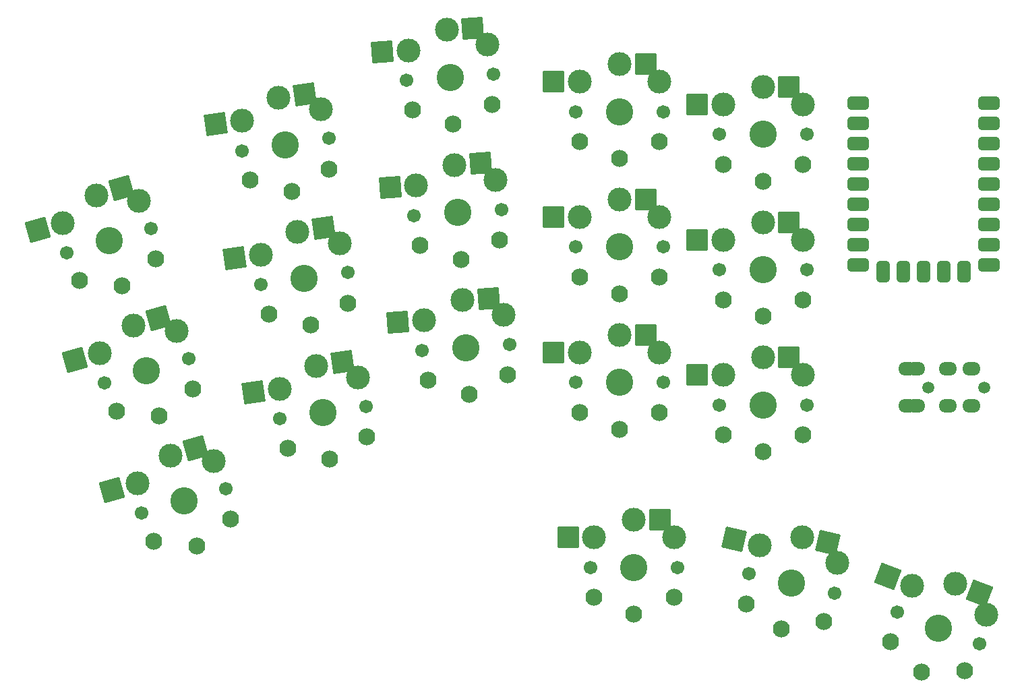
<source format=gbr>
%TF.GenerationSoftware,KiCad,Pcbnew,7.0.2-0*%
%TF.CreationDate,2023-05-11T15:53:10-04:00*%
%TF.ProjectId,mini,6d696e69-2e6b-4696-9361-645f70636258,v1.0.0*%
%TF.SameCoordinates,Original*%
%TF.FileFunction,Soldermask,Top*%
%TF.FilePolarity,Negative*%
%FSLAX46Y46*%
G04 Gerber Fmt 4.6, Leading zero omitted, Abs format (unit mm)*
G04 Created by KiCad (PCBNEW 7.0.2-0) date 2023-05-11 15:53:10*
%MOMM*%
%LPD*%
G01*
G04 APERTURE LIST*
G04 Aperture macros list*
%AMRoundRect*
0 Rectangle with rounded corners*
0 $1 Rounding radius*
0 $2 $3 $4 $5 $6 $7 $8 $9 X,Y pos of 4 corners*
0 Add a 4 corners polygon primitive as box body*
4,1,4,$2,$3,$4,$5,$6,$7,$8,$9,$2,$3,0*
0 Add four circle primitives for the rounded corners*
1,1,$1+$1,$2,$3*
1,1,$1+$1,$4,$5*
1,1,$1+$1,$6,$7*
1,1,$1+$1,$8,$9*
0 Add four rect primitives between the rounded corners*
20,1,$1+$1,$2,$3,$4,$5,0*
20,1,$1+$1,$4,$5,$6,$7,0*
20,1,$1+$1,$6,$7,$8,$9,0*
20,1,$1+$1,$8,$9,$2,$3,0*%
G04 Aperture macros list end*
%ADD10RoundRect,0.450000X-0.900000X-0.400000X0.900000X-0.400000X0.900000X0.400000X-0.900000X0.400000X0*%
%ADD11RoundRect,0.450050X-0.899950X-0.400050X0.899950X-0.400050X0.899950X0.400050X-0.899950X0.400050X0*%
%ADD12RoundRect,0.450000X-0.400000X-0.900000X0.400000X-0.900000X0.400000X0.900000X-0.400000X0.900000X0*%
%ADD13RoundRect,0.443700X-0.393700X-0.906300X0.393700X-0.906300X0.393700X0.906300X-0.393700X0.906300X0*%
%ADD14C,1.701800*%
%ADD15C,3.429000*%
%ADD16C,2.132000*%
%ADD17C,3.000000*%
%ADD18RoundRect,0.050000X-1.300000X-1.300000X1.300000X-1.300000X1.300000X1.300000X-1.300000X1.300000X0*%
%ADD19RoundRect,0.050000X-0.891312X-1.607969X1.607969X-0.891312X0.891312X1.607969X-1.607969X0.891312X0*%
%ADD20RoundRect,0.050000X-1.679533X-0.747776X0.747776X-1.679533X1.679533X0.747776X-0.747776X1.679533X0*%
%ADD21RoundRect,0.050000X-1.106423X-1.468274X1.468274X-1.106423X1.106423X1.468274X-1.468274X1.106423X0*%
%ADD22RoundRect,0.050000X-1.559117X-0.974245X0.974245X-1.559117X1.559117X0.974245X-0.974245X1.559117X0*%
%ADD23RoundRect,0.050000X-1.206150X-1.387517X1.387517X-1.206150X1.206150X1.387517X-1.387517X1.206150X0*%
%ADD24C,1.500000*%
%ADD25O,2.300000X1.700000*%
G04 APERTURE END LIST*
D10*
%TO.C,RP2040Zero1*%
X201126574Y-50073756D03*
X201126574Y-50073756D03*
X201126574Y-52613756D03*
X201126574Y-52613756D03*
X201126574Y-55153756D03*
X201126574Y-55153756D03*
X201126574Y-57693756D03*
X201126574Y-57693756D03*
X201126574Y-60233756D03*
X201126574Y-60233756D03*
D11*
X201126574Y-62773756D03*
X201126574Y-62773756D03*
X201126574Y-65313756D03*
X201126574Y-65313756D03*
X201126574Y-67853756D03*
X201126574Y-67853756D03*
X201126574Y-70393756D03*
X201126574Y-70393756D03*
D12*
X197986574Y-71203756D03*
X197986574Y-71203756D03*
D13*
X195446574Y-71203756D03*
X195446574Y-71203756D03*
X192906574Y-71203756D03*
X192906574Y-71203756D03*
X190366574Y-71203756D03*
X190366574Y-71203756D03*
X187826574Y-71203756D03*
X187826574Y-71203756D03*
D11*
X184686574Y-70393756D03*
X184686574Y-70393756D03*
X184686574Y-67853756D03*
X184686574Y-67853756D03*
X184686574Y-65313756D03*
X184686574Y-65313756D03*
X184686574Y-62773756D03*
X184686574Y-62773756D03*
X184686574Y-50073756D03*
X184686574Y-50073756D03*
X184686574Y-52613756D03*
X184686574Y-52613756D03*
X184686574Y-55153756D03*
X184686574Y-55153756D03*
X184686574Y-60233756D03*
X184686574Y-60233756D03*
X184686574Y-57693756D03*
X184686574Y-57693756D03*
%TD*%
D14*
%TO.C,S30*%
X160246574Y-51100423D03*
D15*
X154746574Y-51100423D03*
D14*
X149246574Y-51100423D03*
D16*
X159746574Y-54900423D03*
X149746574Y-54900423D03*
X154746574Y-57000423D03*
X154746574Y-57000423D03*
%TD*%
D14*
%TO.C,S13*%
X167246574Y-87933756D03*
D17*
X167746574Y-84183756D03*
X172746574Y-81983756D03*
X172746574Y-81983756D03*
D15*
X172746574Y-87933756D03*
D17*
X177746574Y-84183756D03*
D14*
X178246574Y-87933756D03*
D18*
X176021574Y-81983756D03*
X164471574Y-84183756D03*
%TD*%
D14*
%TO.C,S24*%
X118202736Y-54481101D03*
D15*
X112756262Y-55246553D03*
D14*
X107309788Y-56012005D03*
D16*
X118236460Y-58313706D03*
X108333779Y-59705437D03*
X113577383Y-61089135D03*
X113577383Y-61089135D03*
%TD*%
D14*
%TO.C,S28*%
X160246574Y-85100423D03*
D15*
X154746574Y-85100423D03*
D14*
X149246574Y-85100423D03*
D16*
X159746574Y-88900423D03*
X149746574Y-88900423D03*
X154746574Y-91000423D03*
X154746574Y-91000423D03*
%TD*%
D14*
%TO.C,S25*%
X140895389Y-80346976D03*
D15*
X135408787Y-80730637D03*
D14*
X129922185Y-81114298D03*
D16*
X140661682Y-84172598D03*
X130686041Y-84870163D03*
X135820350Y-86616265D03*
X135820350Y-86616265D03*
%TD*%
D14*
%TO.C,S1*%
X94713061Y-101516005D03*
D17*
X94160051Y-97773455D03*
X98359958Y-94280493D03*
X98359958Y-94280493D03*
D15*
X100000000Y-100000000D03*
D17*
X103772668Y-95017082D03*
D14*
X105286939Y-98483995D03*
D19*
X101508090Y-93377781D03*
X91011919Y-98676168D03*
%TD*%
D14*
%TO.C,S33*%
X178246574Y-53933756D03*
D15*
X172746574Y-53933756D03*
D14*
X167246574Y-53933756D03*
D16*
X177746574Y-57733756D03*
X167746574Y-57733756D03*
X172746574Y-59833756D03*
X172746574Y-59833756D03*
%TD*%
D14*
%TO.C,S26*%
X139909042Y-63374435D03*
D15*
X134422440Y-63758096D03*
D14*
X128935838Y-64141757D03*
D16*
X139675335Y-67200057D03*
X129699694Y-67897622D03*
X134834003Y-69643724D03*
X134834003Y-69643724D03*
%TD*%
D14*
%TO.C,S18*%
X189650897Y-114000105D03*
D17*
X191461567Y-110678363D03*
X196917878Y-110416325D03*
X196917878Y-110416325D03*
D15*
X194785589Y-115971129D03*
D17*
X200797371Y-114262042D03*
D14*
X199920281Y-117942153D03*
D20*
X199975354Y-111589980D03*
X188404091Y-109504708D03*
%TD*%
D14*
%TO.C,S5*%
X109675731Y-72846563D03*
D17*
X109648966Y-69063471D03*
X114294125Y-66189016D03*
X114294125Y-66189016D03*
D15*
X115122205Y-72081111D03*
D17*
X119551646Y-67671740D03*
D14*
X120568679Y-71315659D03*
D21*
X117537253Y-65733224D03*
X106405838Y-69519263D03*
%TD*%
D14*
%TO.C,S17*%
X170987539Y-109096525D03*
D17*
X172318290Y-105555113D03*
X177685033Y-104536254D03*
X177685033Y-104536254D03*
D15*
X176346574Y-110333756D03*
D17*
X182061991Y-107804624D03*
D14*
X181705609Y-111570987D03*
D22*
X180876095Y-105272969D03*
X169127228Y-104818398D03*
%TD*%
D14*
%TO.C,S32*%
X178246574Y-70933756D03*
D15*
X172746574Y-70933756D03*
D14*
X167246574Y-70933756D03*
D16*
X177746574Y-74733756D03*
X167746574Y-74733756D03*
X172746574Y-76833756D03*
X172746574Y-76833756D03*
%TD*%
D14*
%TO.C,S23*%
X120568679Y-71315659D03*
D15*
X115122205Y-72081111D03*
D14*
X109675731Y-72846563D03*
D16*
X120602403Y-75148264D03*
X110699722Y-76539995D03*
X115943326Y-77923693D03*
X115943326Y-77923693D03*
%TD*%
D14*
%TO.C,S35*%
X181705609Y-111570987D03*
D15*
X176346574Y-110333756D03*
D14*
X170987539Y-109096525D03*
D16*
X180363610Y-115161118D03*
X170619910Y-112911607D03*
X175019363Y-116082539D03*
X175019363Y-116082539D03*
%TD*%
D14*
%TO.C,S21*%
X95915269Y-65801097D03*
D15*
X90628330Y-67317102D03*
D14*
X85341391Y-68833107D03*
D16*
X96482060Y-69591710D03*
X86869443Y-72348083D03*
X92254590Y-72988546D03*
X92254590Y-72988546D03*
%TD*%
D14*
%TO.C,S22*%
X122934622Y-88150216D03*
D15*
X117488148Y-88915668D03*
D14*
X112041674Y-89681120D03*
D16*
X122968346Y-91982821D03*
X113065665Y-93374552D03*
X118309269Y-94758250D03*
X118309269Y-94758250D03*
%TD*%
D14*
%TO.C,S34*%
X162046574Y-108333756D03*
D15*
X156546574Y-108333756D03*
D14*
X151046574Y-108333756D03*
D16*
X161546574Y-112133756D03*
X151546574Y-112133756D03*
X156546574Y-114233756D03*
X156546574Y-114233756D03*
%TD*%
D14*
%TO.C,S36*%
X199920281Y-117942153D03*
D15*
X194785589Y-115971129D03*
D14*
X189650897Y-114000105D03*
D16*
X198091693Y-121310574D03*
X188755889Y-117726895D03*
X192671218Y-121479254D03*
X192671218Y-121479254D03*
%TD*%
D14*
%TO.C,S12*%
X149246574Y-51100423D03*
D17*
X149746574Y-47350423D03*
X154746574Y-45150423D03*
X154746574Y-45150423D03*
D15*
X154746574Y-51100423D03*
D17*
X159746574Y-47350423D03*
D14*
X160246574Y-51100423D03*
D18*
X158021574Y-45150423D03*
X146471574Y-47350423D03*
%TD*%
D14*
%TO.C,S3*%
X85341391Y-68833107D03*
D17*
X84788381Y-65090557D03*
X88988288Y-61597595D03*
X88988288Y-61597595D03*
D15*
X90628330Y-67317102D03*
D17*
X94400998Y-62334184D03*
D14*
X95915269Y-65801097D03*
D19*
X92136420Y-60694883D03*
X81640249Y-65993270D03*
%TD*%
D14*
%TO.C,S8*%
X128935838Y-64141757D03*
D17*
X129173033Y-60366013D03*
X134007389Y-57822590D03*
X134007389Y-57822590D03*
D15*
X134422440Y-63758096D03*
D17*
X139148673Y-59668448D03*
D14*
X139909042Y-63374435D03*
D23*
X137274411Y-57594137D03*
X125906011Y-60594466D03*
%TD*%
D14*
%TO.C,S20*%
X100601104Y-82142546D03*
D15*
X95314165Y-83658551D03*
D14*
X90027226Y-85174556D03*
D16*
X101167895Y-85933159D03*
X91555278Y-88689532D03*
X96940425Y-89329995D03*
X96940425Y-89329995D03*
%TD*%
D14*
%TO.C,S9*%
X127949490Y-47169217D03*
D17*
X128186685Y-43393473D03*
X133021041Y-40850050D03*
X133021041Y-40850050D03*
D15*
X133436092Y-46785556D03*
D17*
X138162325Y-42695908D03*
D14*
X138922694Y-46401895D03*
D23*
X136288063Y-40621597D03*
X124919663Y-43621926D03*
%TD*%
D14*
%TO.C,S16*%
X151046574Y-108333756D03*
D17*
X151546574Y-104583756D03*
X156546574Y-102383756D03*
X156546574Y-102383756D03*
D15*
X156546574Y-108333756D03*
D17*
X161546574Y-104583756D03*
D14*
X162046574Y-108333756D03*
D18*
X159821574Y-102383756D03*
X148271574Y-104583756D03*
%TD*%
D14*
%TO.C,S31*%
X178246574Y-87933756D03*
D15*
X172746574Y-87933756D03*
D14*
X167246574Y-87933756D03*
D16*
X177746574Y-91733756D03*
X167746574Y-91733756D03*
X172746574Y-93833756D03*
X172746574Y-93833756D03*
%TD*%
D14*
%TO.C,S4*%
X112041674Y-89681120D03*
D17*
X112014909Y-85898028D03*
X116660068Y-83023573D03*
X116660068Y-83023573D03*
D15*
X117488148Y-88915668D03*
D17*
X121917589Y-84506297D03*
D14*
X122934622Y-88150216D03*
D21*
X119903196Y-82567781D03*
X108771781Y-86353820D03*
%TD*%
D24*
%TO.C,TRRS1*%
X200546574Y-85733756D03*
X193546574Y-85733756D03*
D25*
X190846574Y-83433756D03*
X190846574Y-88033756D03*
X191946574Y-83433756D03*
X191946574Y-88033756D03*
X195946574Y-83433756D03*
X195946574Y-88033756D03*
X198946574Y-83433756D03*
X198946574Y-88033756D03*
%TD*%
D14*
%TO.C,S19*%
X105286939Y-98483995D03*
D15*
X100000000Y-100000000D03*
D14*
X94713061Y-101516005D03*
D16*
X105853730Y-102274608D03*
X96241113Y-105030981D03*
X101626260Y-105671444D03*
X101626260Y-105671444D03*
%TD*%
D14*
%TO.C,S14*%
X167246574Y-70933756D03*
D17*
X167746574Y-67183756D03*
X172746574Y-64983756D03*
X172746574Y-64983756D03*
D15*
X172746574Y-70933756D03*
D17*
X177746574Y-67183756D03*
D14*
X178246574Y-70933756D03*
D18*
X176021574Y-64983756D03*
X164471574Y-67183756D03*
%TD*%
D14*
%TO.C,S27*%
X138922694Y-46401895D03*
D15*
X133436092Y-46785556D03*
D14*
X127949490Y-47169217D03*
D16*
X138688987Y-50227517D03*
X128713346Y-50925082D03*
X133847655Y-52671184D03*
X133847655Y-52671184D03*
%TD*%
D14*
%TO.C,S7*%
X129922185Y-81114298D03*
D17*
X130159380Y-77338554D03*
X134993736Y-74795131D03*
X134993736Y-74795131D03*
D15*
X135408787Y-80730637D03*
D17*
X140135020Y-76640989D03*
D14*
X140895389Y-80346976D03*
D23*
X138260758Y-74566678D03*
X126892358Y-77567007D03*
%TD*%
D14*
%TO.C,S10*%
X149246574Y-85100423D03*
D17*
X149746574Y-81350423D03*
X154746574Y-79150423D03*
X154746574Y-79150423D03*
D15*
X154746574Y-85100423D03*
D17*
X159746574Y-81350423D03*
D14*
X160246574Y-85100423D03*
D18*
X158021574Y-79150423D03*
X146471574Y-81350423D03*
%TD*%
D14*
%TO.C,S29*%
X160246574Y-68100423D03*
D15*
X154746574Y-68100423D03*
D14*
X149246574Y-68100423D03*
D16*
X159746574Y-71900423D03*
X149746574Y-71900423D03*
X154746574Y-74000423D03*
X154746574Y-74000423D03*
%TD*%
D14*
%TO.C,S11*%
X149246574Y-68100423D03*
D17*
X149746574Y-64350423D03*
X154746574Y-62150423D03*
X154746574Y-62150423D03*
D15*
X154746574Y-68100423D03*
D17*
X159746574Y-64350423D03*
D14*
X160246574Y-68100423D03*
D18*
X158021574Y-62150423D03*
X146471574Y-64350423D03*
%TD*%
D14*
%TO.C,S6*%
X107309788Y-56012005D03*
D17*
X107283023Y-52228913D03*
X111928182Y-49354458D03*
X111928182Y-49354458D03*
D15*
X112756262Y-55246553D03*
D17*
X117185703Y-50837182D03*
D14*
X118202736Y-54481101D03*
D21*
X115171310Y-48898666D03*
X104039895Y-52684705D03*
%TD*%
D14*
%TO.C,S2*%
X90027226Y-85174556D03*
D17*
X89474216Y-81432006D03*
X93674123Y-77939044D03*
X93674123Y-77939044D03*
D15*
X95314165Y-83658551D03*
D17*
X99086833Y-78675633D03*
D14*
X100601104Y-82142546D03*
D19*
X96822255Y-77036332D03*
X86326084Y-82334719D03*
%TD*%
D14*
%TO.C,S15*%
X167246574Y-53933756D03*
D17*
X167746574Y-50183756D03*
X172746574Y-47983756D03*
X172746574Y-47983756D03*
D15*
X172746574Y-53933756D03*
D17*
X177746574Y-50183756D03*
D14*
X178246574Y-53933756D03*
D18*
X176021574Y-47983756D03*
X164471574Y-50183756D03*
%TD*%
M02*

</source>
